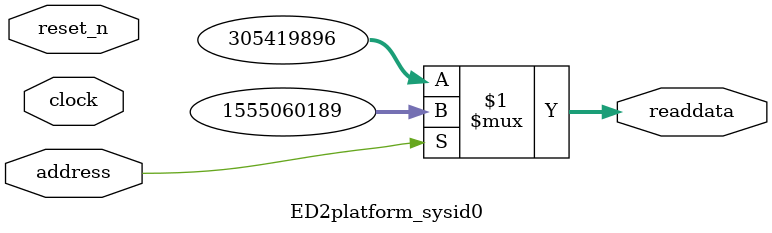
<source format=v>

`timescale 1ns / 1ps
// synthesis translate_on

// turn off superfluous verilog processor warnings 
// altera message_level Level1 
// altera message_off 10034 10035 10036 10037 10230 10240 10030 

module ED2platform_sysid0 (
               // inputs:
                address,
                clock,
                reset_n,

               // outputs:
                readdata
             )
;

  output  [ 31: 0] readdata;
  input            address;
  input            clock;
  input            reset_n;

  wire    [ 31: 0] readdata;
  //control_slave, which is an e_avalon_slave
  assign readdata = address ? 1555060189 : 305419896;

endmodule




</source>
